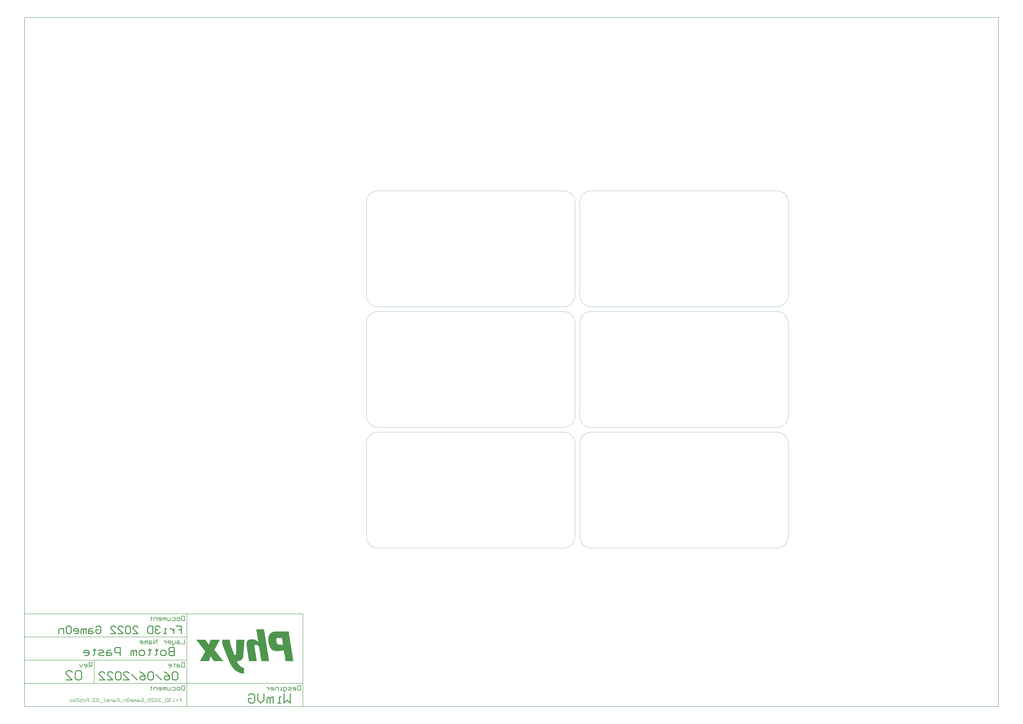
<source format=gbp>
G04*
G04 #@! TF.GenerationSoftware,Altium Limited,Altium Designer,22.6.0 (29)*
G04*
G04 Layer_Color=128*
%FSLAX25Y25*%
%MOIN*%
G70*
G04*
G04 #@! TF.SameCoordinates,10DF7CA3-E9B9-4642-BBA7-13C8921E1616*
G04*
G04*
G04 #@! TF.FilePolarity,Positive*
G04*
G01*
G75*
%ADD10C,0.01575*%
%ADD14C,0.00984*%
%ADD25C,0.00394*%
%ADD26C,0.00787*%
G36*
X67971Y-141778D02*
X66253D01*
Y-142065D01*
X65394D01*
Y-142351D01*
X64535D01*
Y-142637D01*
X63677D01*
Y-142924D01*
X63104D01*
Y-143210D01*
X62818D01*
Y-143496D01*
X62245D01*
Y-143783D01*
X61959D01*
Y-144069D01*
X61386D01*
Y-144355D01*
X61100D01*
Y-144641D01*
X60813D01*
Y-144928D01*
X60527D01*
Y-145214D01*
X60241D01*
Y-145501D01*
X59955D01*
Y-145787D01*
X59668D01*
Y-146073D01*
Y-146359D01*
X59382D01*
Y-146646D01*
X59096D01*
Y-146932D01*
Y-147218D01*
X58809D01*
Y-147505D01*
X58523D01*
Y-147791D01*
Y-148077D01*
X58237D01*
Y-148364D01*
Y-148650D01*
Y-148936D01*
X57950D01*
Y-149223D01*
Y-149509D01*
Y-149795D01*
X57664D01*
Y-150082D01*
Y-150368D01*
Y-150654D01*
Y-150940D01*
X57378D01*
Y-151227D01*
Y-151513D01*
Y-151799D01*
Y-152086D01*
Y-152372D01*
X57091D01*
Y-152658D01*
Y-152945D01*
Y-153231D01*
Y-153517D01*
Y-153804D01*
Y-154090D01*
Y-154376D01*
Y-154663D01*
Y-154949D01*
Y-155235D01*
Y-155521D01*
Y-155808D01*
Y-156094D01*
Y-156380D01*
Y-156667D01*
Y-156953D01*
Y-157239D01*
Y-157526D01*
Y-157812D01*
Y-158098D01*
X57378D01*
Y-158385D01*
Y-158671D01*
Y-158957D01*
Y-159244D01*
Y-159530D01*
Y-159816D01*
Y-160102D01*
X57664D01*
Y-160389D01*
Y-160675D01*
Y-160961D01*
Y-161248D01*
Y-161534D01*
X57950D01*
Y-161820D01*
Y-162107D01*
Y-162393D01*
Y-162679D01*
Y-162966D01*
X58237D01*
Y-163252D01*
Y-163538D01*
Y-163824D01*
X58523D01*
Y-164111D01*
Y-164397D01*
Y-164683D01*
Y-164970D01*
X58809D01*
Y-165256D01*
Y-165542D01*
Y-165829D01*
X59096D01*
Y-166115D01*
Y-166401D01*
X59382D01*
Y-166688D01*
Y-166974D01*
Y-167260D01*
X59668D01*
Y-167547D01*
Y-167833D01*
X59955D01*
Y-168119D01*
Y-168405D01*
X60241D01*
Y-168692D01*
Y-168978D01*
X60527D01*
Y-169264D01*
X60813D01*
Y-169551D01*
Y-169837D01*
X61100D01*
Y-170123D01*
X61386D01*
Y-170410D01*
X61672D01*
Y-170696D01*
Y-170982D01*
X61959D01*
Y-171269D01*
X62245D01*
Y-171555D01*
X62531D01*
Y-171841D01*
X62818D01*
Y-172127D01*
X63104D01*
Y-172414D01*
X63677D01*
Y-172700D01*
X63963D01*
Y-172986D01*
X64535D01*
Y-173273D01*
X64822D01*
Y-173559D01*
X65394D01*
Y-173845D01*
X66253D01*
Y-174132D01*
X67112D01*
Y-174418D01*
X67971D01*
Y-174704D01*
X69689D01*
Y-174991D01*
X74843D01*
Y-174704D01*
X77420D01*
Y-174418D01*
X79424D01*
Y-174132D01*
X80855D01*
Y-173845D01*
X82287D01*
Y-173559D01*
X83719D01*
Y-173845D01*
Y-174132D01*
Y-174418D01*
Y-174704D01*
Y-174991D01*
Y-175277D01*
Y-175563D01*
X84005D01*
Y-175850D01*
Y-176136D01*
Y-176422D01*
Y-176709D01*
Y-176995D01*
Y-177281D01*
X84291D01*
Y-177568D01*
Y-177854D01*
Y-178140D01*
Y-178426D01*
Y-178713D01*
Y-178999D01*
X84577D01*
Y-179285D01*
Y-179572D01*
Y-179858D01*
Y-180144D01*
Y-180431D01*
Y-180717D01*
Y-181003D01*
X84864D01*
Y-181290D01*
Y-181576D01*
Y-181862D01*
Y-182149D01*
Y-182435D01*
Y-182721D01*
X85150D01*
Y-183007D01*
Y-183294D01*
Y-183580D01*
Y-183866D01*
Y-184153D01*
Y-184439D01*
X85436D01*
Y-184725D01*
Y-185012D01*
Y-185298D01*
Y-185584D01*
Y-185871D01*
Y-186157D01*
Y-186443D01*
X85723D01*
Y-186730D01*
Y-187016D01*
Y-187302D01*
Y-187588D01*
Y-187875D01*
Y-188161D01*
X86009D01*
Y-188447D01*
Y-188734D01*
Y-189020D01*
Y-189306D01*
Y-189593D01*
Y-189879D01*
X86295D01*
Y-190165D01*
Y-190452D01*
Y-190738D01*
Y-191024D01*
Y-191311D01*
Y-191597D01*
Y-191883D01*
X99752D01*
Y-191597D01*
X99466D01*
Y-191311D01*
Y-191024D01*
Y-190738D01*
Y-190452D01*
Y-190165D01*
X99179D01*
Y-189879D01*
Y-189593D01*
Y-189306D01*
Y-189020D01*
Y-188734D01*
Y-188447D01*
Y-188161D01*
X98893D01*
Y-187875D01*
Y-187588D01*
Y-187302D01*
Y-187016D01*
Y-186730D01*
Y-186443D01*
X98607D01*
Y-186157D01*
Y-185871D01*
Y-185584D01*
Y-185298D01*
Y-185012D01*
Y-184725D01*
X98320D01*
Y-184439D01*
Y-184153D01*
Y-183866D01*
Y-183580D01*
Y-183294D01*
Y-183007D01*
Y-182721D01*
X98034D01*
Y-182435D01*
Y-182149D01*
Y-181862D01*
Y-181576D01*
Y-181290D01*
Y-181003D01*
X97748D01*
Y-180717D01*
Y-180431D01*
Y-180144D01*
Y-179858D01*
Y-179572D01*
Y-179285D01*
X97461D01*
Y-178999D01*
Y-178713D01*
Y-178426D01*
Y-178140D01*
Y-177854D01*
Y-177568D01*
X97175D01*
Y-177281D01*
Y-176995D01*
Y-176709D01*
Y-176422D01*
Y-176136D01*
Y-175850D01*
Y-175563D01*
X96889D01*
Y-175277D01*
Y-174991D01*
Y-174704D01*
Y-174418D01*
Y-174132D01*
Y-173845D01*
X96602D01*
Y-173559D01*
Y-173273D01*
Y-172986D01*
Y-172700D01*
Y-172414D01*
Y-172127D01*
X96316D01*
Y-171841D01*
Y-171555D01*
Y-171269D01*
Y-170982D01*
Y-170696D01*
Y-170410D01*
X96030D01*
Y-170123D01*
Y-169837D01*
Y-169551D01*
Y-169264D01*
Y-168978D01*
Y-168692D01*
Y-168405D01*
X95744D01*
Y-168119D01*
Y-167833D01*
Y-167547D01*
Y-167260D01*
Y-166974D01*
Y-166688D01*
X95457D01*
Y-166401D01*
Y-166115D01*
Y-165829D01*
Y-165542D01*
Y-165256D01*
Y-164970D01*
X95171D01*
Y-164683D01*
Y-164397D01*
Y-164111D01*
Y-163824D01*
Y-163538D01*
Y-163252D01*
Y-162966D01*
X94885D01*
Y-162679D01*
Y-162393D01*
Y-162107D01*
Y-161820D01*
Y-161534D01*
Y-161248D01*
X94598D01*
Y-160961D01*
Y-160675D01*
Y-160389D01*
Y-160102D01*
Y-159816D01*
Y-159530D01*
X94312D01*
Y-159244D01*
Y-158957D01*
Y-158671D01*
Y-158385D01*
Y-158098D01*
Y-157812D01*
X94026D01*
Y-157526D01*
Y-157239D01*
Y-156953D01*
Y-156667D01*
Y-156380D01*
Y-156094D01*
Y-155808D01*
X93739D01*
Y-155521D01*
Y-155235D01*
Y-154949D01*
Y-154663D01*
Y-154376D01*
Y-154090D01*
X93453D01*
Y-153804D01*
Y-153517D01*
Y-153231D01*
Y-152945D01*
Y-152658D01*
Y-152372D01*
X93167D01*
Y-152086D01*
Y-151799D01*
Y-151513D01*
Y-151227D01*
Y-150940D01*
Y-150654D01*
Y-150368D01*
X92880D01*
Y-150082D01*
Y-149795D01*
Y-149509D01*
Y-149223D01*
Y-148936D01*
Y-148650D01*
X92594D01*
Y-148364D01*
Y-148077D01*
Y-147791D01*
Y-147505D01*
Y-147218D01*
Y-146932D01*
X92308D01*
Y-146646D01*
Y-146359D01*
Y-146073D01*
Y-145787D01*
Y-145501D01*
Y-145214D01*
Y-144928D01*
X92022D01*
Y-144641D01*
Y-144355D01*
Y-144069D01*
Y-143783D01*
Y-143496D01*
Y-143210D01*
X91735D01*
Y-142924D01*
Y-142637D01*
Y-142351D01*
Y-142065D01*
Y-141778D01*
Y-141492D01*
X67971D01*
Y-141778D01*
D02*
G37*
G36*
X36763Y-138343D02*
Y-138629D01*
X37049D01*
Y-138915D01*
Y-139202D01*
Y-139488D01*
Y-139774D01*
Y-140060D01*
Y-140347D01*
X37336D01*
Y-140633D01*
Y-140919D01*
Y-141206D01*
Y-141492D01*
Y-141778D01*
Y-142065D01*
X37622D01*
Y-142351D01*
Y-142637D01*
Y-142924D01*
Y-143210D01*
Y-143496D01*
Y-143783D01*
Y-144069D01*
X37908D01*
Y-144355D01*
Y-144641D01*
Y-144928D01*
Y-145214D01*
Y-145501D01*
Y-145787D01*
X38195D01*
Y-146073D01*
Y-146359D01*
Y-146646D01*
Y-146932D01*
Y-147218D01*
Y-147505D01*
X38481D01*
Y-147791D01*
Y-148077D01*
Y-148364D01*
Y-148650D01*
Y-148936D01*
Y-149223D01*
Y-149509D01*
X38767D01*
Y-149795D01*
Y-150082D01*
Y-150368D01*
Y-150654D01*
Y-150940D01*
Y-151227D01*
X39054D01*
Y-151513D01*
Y-151799D01*
Y-152086D01*
Y-152372D01*
Y-152658D01*
Y-152945D01*
X39340D01*
Y-153231D01*
Y-153517D01*
Y-153804D01*
Y-154090D01*
Y-154376D01*
Y-154663D01*
X39626D01*
Y-154949D01*
Y-155235D01*
Y-155521D01*
Y-155808D01*
Y-156094D01*
Y-156380D01*
Y-156667D01*
X39913D01*
Y-156953D01*
Y-157239D01*
Y-157526D01*
Y-157812D01*
Y-158098D01*
Y-158385D01*
X40199D01*
Y-158671D01*
Y-158957D01*
X39626D01*
Y-158671D01*
X39340D01*
Y-158385D01*
X39054D01*
Y-158098D01*
X38481D01*
Y-157812D01*
X38195D01*
Y-157526D01*
X37908D01*
Y-157239D01*
X37336D01*
Y-156953D01*
X36763D01*
Y-156667D01*
X36477D01*
Y-156380D01*
X35904D01*
Y-156094D01*
X35045D01*
Y-155808D01*
X34473D01*
Y-155521D01*
X33614D01*
Y-155235D01*
X32182D01*
Y-154949D01*
X25883D01*
Y-155235D01*
X24738D01*
Y-155521D01*
X23879D01*
Y-155808D01*
X23306D01*
Y-156094D01*
X23020D01*
Y-156380D01*
X22447D01*
Y-156667D01*
X22161D01*
Y-156953D01*
X21875D01*
Y-157239D01*
X21589D01*
Y-157526D01*
X21302D01*
Y-157812D01*
Y-158098D01*
X21016D01*
Y-158385D01*
Y-158671D01*
X20730D01*
Y-158957D01*
Y-159244D01*
Y-159530D01*
X20443D01*
Y-159816D01*
Y-160102D01*
Y-160389D01*
Y-160675D01*
X20157D01*
Y-160961D01*
Y-161248D01*
Y-161534D01*
Y-161820D01*
Y-162107D01*
Y-162393D01*
Y-162679D01*
Y-162966D01*
Y-163252D01*
Y-163538D01*
Y-163824D01*
Y-164111D01*
Y-164397D01*
Y-164683D01*
Y-164970D01*
Y-165256D01*
Y-165542D01*
Y-165829D01*
X20443D01*
Y-166115D01*
Y-166401D01*
Y-166688D01*
Y-166974D01*
Y-167260D01*
Y-167547D01*
Y-167833D01*
X20730D01*
Y-168119D01*
Y-168405D01*
Y-168692D01*
Y-168978D01*
Y-169264D01*
Y-169551D01*
Y-169837D01*
X21016D01*
Y-170123D01*
Y-170410D01*
Y-170696D01*
Y-170982D01*
Y-171269D01*
Y-171555D01*
X21302D01*
Y-171841D01*
Y-172127D01*
Y-172414D01*
Y-172700D01*
Y-172986D01*
Y-173273D01*
X21589D01*
Y-173559D01*
Y-173845D01*
Y-174132D01*
Y-174418D01*
Y-174704D01*
Y-174991D01*
X21875D01*
Y-175277D01*
Y-175563D01*
Y-175850D01*
Y-176136D01*
Y-176422D01*
Y-176709D01*
Y-176995D01*
X22161D01*
Y-177281D01*
Y-177568D01*
Y-177854D01*
Y-178140D01*
Y-178426D01*
Y-178713D01*
X22447D01*
Y-178999D01*
Y-179285D01*
Y-179572D01*
Y-179858D01*
Y-180144D01*
Y-180431D01*
X22734D01*
Y-180717D01*
Y-181003D01*
Y-181290D01*
Y-181576D01*
Y-181862D01*
Y-182149D01*
Y-182435D01*
X23020D01*
Y-182721D01*
Y-183007D01*
Y-183294D01*
Y-183580D01*
Y-183866D01*
Y-184153D01*
X23306D01*
Y-184439D01*
Y-184725D01*
Y-185012D01*
Y-185298D01*
Y-185584D01*
Y-185871D01*
X23593D01*
Y-186157D01*
Y-186443D01*
Y-186730D01*
Y-187016D01*
Y-187302D01*
Y-187588D01*
X23879D01*
Y-187875D01*
Y-188161D01*
Y-188447D01*
Y-188734D01*
Y-189020D01*
Y-189306D01*
Y-189593D01*
X24165D01*
Y-189879D01*
Y-190165D01*
Y-190452D01*
Y-190738D01*
Y-191024D01*
Y-191311D01*
X24452D01*
Y-191597D01*
Y-191883D01*
X37622D01*
Y-191597D01*
Y-191311D01*
X37336D01*
Y-191024D01*
Y-190738D01*
Y-190452D01*
Y-190165D01*
Y-189879D01*
Y-189593D01*
X37049D01*
Y-189306D01*
Y-189020D01*
Y-188734D01*
Y-188447D01*
Y-188161D01*
Y-187875D01*
Y-187588D01*
X36763D01*
Y-187302D01*
Y-187016D01*
Y-186730D01*
Y-186443D01*
Y-186157D01*
Y-185871D01*
X36477D01*
Y-185584D01*
Y-185298D01*
Y-185012D01*
Y-184725D01*
Y-184439D01*
Y-184153D01*
X36191D01*
Y-183866D01*
Y-183580D01*
Y-183294D01*
Y-183007D01*
Y-182721D01*
Y-182435D01*
Y-182149D01*
X35904D01*
Y-181862D01*
Y-181576D01*
Y-181290D01*
Y-181003D01*
Y-180717D01*
Y-180431D01*
X35618D01*
Y-180144D01*
Y-179858D01*
Y-179572D01*
Y-179285D01*
Y-178999D01*
Y-178713D01*
Y-178426D01*
X35332D01*
Y-178140D01*
Y-177854D01*
Y-177568D01*
Y-177281D01*
Y-176995D01*
Y-176709D01*
X35045D01*
Y-176422D01*
Y-176136D01*
Y-175850D01*
Y-175563D01*
Y-175277D01*
Y-174991D01*
X34759D01*
Y-174704D01*
Y-174418D01*
Y-174132D01*
Y-173845D01*
Y-173559D01*
Y-173273D01*
X34473D01*
Y-172986D01*
Y-172700D01*
Y-172414D01*
Y-172127D01*
Y-171841D01*
Y-171555D01*
Y-171269D01*
X34186D01*
Y-170982D01*
Y-170696D01*
Y-170410D01*
Y-170123D01*
Y-169837D01*
Y-169551D01*
X33900D01*
Y-169264D01*
Y-168978D01*
Y-168692D01*
Y-168405D01*
Y-168119D01*
Y-167833D01*
Y-167547D01*
X33614D01*
Y-167260D01*
Y-166974D01*
Y-166688D01*
Y-166401D01*
Y-166115D01*
Y-165829D01*
X33900D01*
Y-165542D01*
Y-165256D01*
X34186D01*
Y-164970D01*
X34473D01*
Y-164683D01*
X35045D01*
Y-164397D01*
X36763D01*
Y-164683D01*
X38195D01*
Y-164970D01*
X39054D01*
Y-165256D01*
X39626D01*
Y-165542D01*
X39913D01*
Y-165829D01*
X40485D01*
Y-166115D01*
X40771D01*
Y-166401D01*
X41058D01*
Y-166688D01*
Y-166974D01*
X41344D01*
Y-167260D01*
Y-167547D01*
Y-167833D01*
X41631D01*
Y-168119D01*
Y-168405D01*
Y-168692D01*
Y-168978D01*
Y-169264D01*
Y-169551D01*
X41917D01*
Y-169837D01*
Y-170123D01*
Y-170410D01*
Y-170696D01*
Y-170982D01*
Y-171269D01*
Y-171555D01*
X42203D01*
Y-171841D01*
Y-172127D01*
Y-172414D01*
Y-172700D01*
Y-172986D01*
Y-173273D01*
X42489D01*
Y-173559D01*
Y-173845D01*
Y-174132D01*
Y-174418D01*
Y-174704D01*
Y-174991D01*
X42776D01*
Y-175277D01*
Y-175563D01*
Y-175850D01*
Y-176136D01*
Y-176422D01*
Y-176709D01*
X43062D01*
Y-176995D01*
Y-177281D01*
Y-177568D01*
Y-177854D01*
Y-178140D01*
Y-178426D01*
Y-178713D01*
X43348D01*
Y-178999D01*
Y-179285D01*
Y-179572D01*
Y-179858D01*
Y-180144D01*
Y-180431D01*
X43635D01*
Y-180717D01*
Y-181003D01*
Y-181290D01*
Y-181576D01*
Y-181862D01*
Y-182149D01*
X43921D01*
Y-182435D01*
Y-182721D01*
Y-183007D01*
Y-183294D01*
Y-183580D01*
Y-183866D01*
Y-184153D01*
X44207D01*
Y-184439D01*
Y-184725D01*
Y-185012D01*
Y-185298D01*
Y-185584D01*
Y-185871D01*
X44494D01*
Y-186157D01*
Y-186443D01*
Y-186730D01*
Y-187016D01*
Y-187302D01*
Y-187588D01*
X44780D01*
Y-187875D01*
Y-188161D01*
Y-188447D01*
Y-188734D01*
Y-189020D01*
Y-189306D01*
X45066D01*
Y-189593D01*
Y-189879D01*
Y-190165D01*
Y-190452D01*
Y-190738D01*
Y-191024D01*
Y-191311D01*
X45353D01*
Y-191597D01*
Y-191883D01*
X58523D01*
Y-191597D01*
Y-191311D01*
X58237D01*
Y-191024D01*
Y-190738D01*
Y-190452D01*
Y-190165D01*
Y-189879D01*
Y-189593D01*
Y-189306D01*
X57950D01*
Y-189020D01*
Y-188734D01*
Y-188447D01*
Y-188161D01*
Y-187875D01*
Y-187588D01*
X57664D01*
Y-187302D01*
Y-187016D01*
Y-186730D01*
Y-186443D01*
Y-186157D01*
Y-185871D01*
X57378D01*
Y-185584D01*
Y-185298D01*
Y-185012D01*
Y-184725D01*
Y-184439D01*
Y-184153D01*
Y-183866D01*
X57091D01*
Y-183580D01*
Y-183294D01*
Y-183007D01*
Y-182721D01*
Y-182435D01*
Y-182149D01*
X56805D01*
Y-181862D01*
Y-181576D01*
Y-181290D01*
Y-181003D01*
Y-180717D01*
Y-180431D01*
X56519D01*
Y-180144D01*
Y-179858D01*
Y-179572D01*
Y-179285D01*
Y-178999D01*
Y-178713D01*
X56232D01*
Y-178426D01*
Y-178140D01*
Y-177854D01*
Y-177568D01*
Y-177281D01*
Y-176995D01*
Y-176709D01*
X55946D01*
Y-176422D01*
Y-176136D01*
Y-175850D01*
Y-175563D01*
Y-175277D01*
Y-174991D01*
X55660D01*
Y-174704D01*
Y-174418D01*
Y-174132D01*
Y-173845D01*
Y-173559D01*
Y-173273D01*
X55374D01*
Y-172986D01*
Y-172700D01*
Y-172414D01*
Y-172127D01*
Y-171841D01*
Y-171555D01*
Y-171269D01*
X55087D01*
Y-170982D01*
Y-170696D01*
Y-170410D01*
Y-170123D01*
Y-169837D01*
Y-169551D01*
X54801D01*
Y-169264D01*
Y-168978D01*
Y-168692D01*
Y-168405D01*
Y-168119D01*
Y-167833D01*
X54514D01*
Y-167547D01*
Y-167260D01*
Y-166974D01*
Y-166688D01*
Y-166401D01*
Y-166115D01*
X54228D01*
Y-165829D01*
Y-165542D01*
Y-165256D01*
Y-164970D01*
Y-164683D01*
Y-164397D01*
Y-164111D01*
X53942D01*
Y-163824D01*
Y-163538D01*
Y-163252D01*
Y-162966D01*
Y-162679D01*
Y-162393D01*
X53656D01*
Y-162107D01*
Y-161820D01*
Y-161534D01*
Y-161248D01*
Y-160961D01*
Y-160675D01*
X53369D01*
Y-160389D01*
Y-160102D01*
Y-159816D01*
Y-159530D01*
Y-159244D01*
Y-158957D01*
X53083D01*
Y-158671D01*
Y-158385D01*
Y-158098D01*
Y-157812D01*
Y-157526D01*
Y-157239D01*
Y-156953D01*
X52797D01*
Y-156667D01*
Y-156380D01*
Y-156094D01*
Y-155808D01*
Y-155521D01*
Y-155235D01*
X52510D01*
Y-154949D01*
Y-154663D01*
Y-154376D01*
Y-154090D01*
Y-153804D01*
Y-153517D01*
X52224D01*
Y-153231D01*
Y-152945D01*
Y-152658D01*
Y-152372D01*
Y-152086D01*
Y-151799D01*
Y-151513D01*
X51938D01*
Y-151227D01*
Y-150940D01*
Y-150654D01*
Y-150368D01*
Y-150082D01*
Y-149795D01*
X51651D01*
Y-149509D01*
Y-149223D01*
Y-148936D01*
Y-148650D01*
Y-148364D01*
Y-148077D01*
X51365D01*
Y-147791D01*
Y-147505D01*
Y-147218D01*
Y-146932D01*
Y-146646D01*
Y-146359D01*
X51079D01*
Y-146073D01*
Y-145787D01*
Y-145501D01*
Y-145214D01*
Y-144928D01*
Y-144641D01*
Y-144355D01*
X50792D01*
Y-144069D01*
Y-143783D01*
Y-143496D01*
Y-143210D01*
Y-142924D01*
Y-142637D01*
X50506D01*
Y-142351D01*
Y-142065D01*
Y-141778D01*
Y-141492D01*
Y-141206D01*
Y-140919D01*
X50220D01*
Y-140633D01*
Y-140347D01*
Y-140060D01*
Y-139774D01*
Y-139488D01*
Y-139202D01*
Y-138915D01*
X49934D01*
Y-138629D01*
Y-138343D01*
Y-138056D01*
X36763D01*
Y-138343D01*
D02*
G37*
G36*
X-65164Y-155808D02*
X-64878D01*
Y-156094D01*
X-64592D01*
Y-156380D01*
Y-156667D01*
X-64305D01*
Y-156953D01*
X-64019D01*
Y-157239D01*
X-63733D01*
Y-157526D01*
Y-157812D01*
X-63446D01*
Y-158098D01*
X-63160D01*
Y-158385D01*
X-62874D01*
Y-158671D01*
X-62587D01*
Y-158957D01*
Y-159244D01*
X-62301D01*
Y-159530D01*
X-62015D01*
Y-159816D01*
X-61729D01*
Y-160102D01*
Y-160389D01*
X-61442D01*
Y-160675D01*
X-61156D01*
Y-160961D01*
X-60869D01*
Y-161248D01*
X-60583D01*
Y-161534D01*
Y-161820D01*
X-60297D01*
Y-162107D01*
X-60011D01*
Y-162393D01*
X-59724D01*
Y-162679D01*
Y-162966D01*
X-59438D01*
Y-163252D01*
X-59152D01*
Y-163538D01*
X-58865D01*
Y-163824D01*
Y-164111D01*
X-58579D01*
Y-164397D01*
X-58293D01*
Y-164683D01*
X-58006D01*
Y-164970D01*
X-57720D01*
Y-165256D01*
Y-165542D01*
X-57434D01*
Y-165829D01*
X-57148D01*
Y-166115D01*
X-56861D01*
Y-166401D01*
Y-166688D01*
X-56575D01*
Y-166974D01*
X-56288D01*
Y-167260D01*
X-56002D01*
Y-167547D01*
Y-167833D01*
X-55716D01*
Y-168119D01*
X-55430D01*
Y-168405D01*
X-55143D01*
Y-168692D01*
X-54857D01*
Y-168978D01*
Y-169264D01*
X-54571D01*
Y-169551D01*
X-54284D01*
Y-169837D01*
X-53998D01*
Y-170123D01*
Y-170410D01*
X-53712D01*
Y-170696D01*
X-53425D01*
Y-170982D01*
X-53139D01*
Y-171269D01*
Y-171555D01*
X-52853D01*
Y-171841D01*
X-52566D01*
Y-172127D01*
X-52280D01*
Y-172414D01*
X-51994D01*
Y-172700D01*
Y-172986D01*
X-51708D01*
Y-173273D01*
X-51421D01*
Y-173559D01*
X-51135D01*
Y-173845D01*
Y-174132D01*
X-50849D01*
Y-174418D01*
X-50562D01*
Y-174704D01*
X-50276D01*
Y-174991D01*
X-49990D01*
Y-175277D01*
Y-175563D01*
X-50276D01*
Y-175850D01*
Y-176136D01*
X-50562D01*
Y-176422D01*
Y-176709D01*
X-50849D01*
Y-176995D01*
X-51135D01*
Y-177281D01*
Y-177568D01*
X-51421D01*
Y-177854D01*
Y-178140D01*
X-51708D01*
Y-178426D01*
Y-178713D01*
X-51994D01*
Y-178999D01*
Y-179285D01*
X-52280D01*
Y-179572D01*
Y-179858D01*
X-52566D01*
Y-180144D01*
Y-180431D01*
X-52853D01*
Y-180717D01*
Y-181003D01*
X-53139D01*
Y-181290D01*
Y-181576D01*
X-53425D01*
Y-181862D01*
X-53712D01*
Y-182149D01*
Y-182435D01*
X-53998D01*
Y-182721D01*
Y-183007D01*
X-54284D01*
Y-183294D01*
Y-183580D01*
X-54571D01*
Y-183866D01*
Y-184153D01*
X-54857D01*
Y-184439D01*
Y-184725D01*
X-55143D01*
Y-185012D01*
Y-185298D01*
X-55430D01*
Y-185584D01*
Y-185871D01*
X-55716D01*
Y-186157D01*
X-56002D01*
Y-186443D01*
Y-186730D01*
X-56288D01*
Y-187016D01*
Y-187302D01*
X-56575D01*
Y-187588D01*
Y-187875D01*
X-56861D01*
Y-188161D01*
Y-188447D01*
X-57148D01*
Y-188734D01*
Y-189020D01*
X-57434D01*
Y-189306D01*
Y-189593D01*
X-57720D01*
Y-189879D01*
Y-190165D01*
X-58006D01*
Y-190452D01*
X-58293D01*
Y-190738D01*
Y-191024D01*
X-58579D01*
Y-191311D01*
Y-191597D01*
X-58865D01*
Y-191883D01*
X-43691D01*
Y-191597D01*
X-43404D01*
Y-191311D01*
Y-191024D01*
Y-190738D01*
X-43118D01*
Y-190452D01*
Y-190165D01*
Y-189879D01*
X-42832D01*
Y-189593D01*
Y-189306D01*
X-42546D01*
Y-189020D01*
Y-188734D01*
Y-188447D01*
X-42259D01*
Y-188161D01*
Y-187875D01*
Y-187588D01*
X-41973D01*
Y-187302D01*
Y-187016D01*
X-41687D01*
Y-186730D01*
Y-186443D01*
Y-186157D01*
X-41400D01*
Y-185871D01*
Y-185584D01*
Y-185298D01*
X-41114D01*
Y-185012D01*
Y-184725D01*
Y-184439D01*
X-40828D01*
Y-184153D01*
X-40255D01*
Y-184439D01*
Y-184725D01*
X-39969D01*
Y-185012D01*
X-39682D01*
Y-185298D01*
Y-185584D01*
X-39396D01*
Y-185871D01*
X-39110D01*
Y-186157D01*
Y-186443D01*
X-38823D01*
Y-186730D01*
X-38537D01*
Y-187016D01*
Y-187302D01*
X-38251D01*
Y-187588D01*
X-37964D01*
Y-187875D01*
X-37678D01*
Y-188161D01*
Y-188447D01*
X-37392D01*
Y-188734D01*
X-37106D01*
Y-189020D01*
Y-189306D01*
X-36819D01*
Y-189593D01*
X-36533D01*
Y-189879D01*
Y-190165D01*
X-36247D01*
Y-190452D01*
X-35960D01*
Y-190738D01*
Y-191024D01*
X-35674D01*
Y-191311D01*
X-35388D01*
Y-191597D01*
Y-191883D01*
X-19354D01*
Y-191597D01*
X-19640D01*
Y-191311D01*
X-19927D01*
Y-191024D01*
X-20213D01*
Y-190738D01*
X-20499D01*
Y-190452D01*
Y-190165D01*
X-20786D01*
Y-189879D01*
X-21072D01*
Y-189593D01*
X-21358D01*
Y-189306D01*
X-21645D01*
Y-189020D01*
Y-188734D01*
X-21931D01*
Y-188447D01*
X-22217D01*
Y-188161D01*
X-22504D01*
Y-187875D01*
Y-187588D01*
X-22790D01*
Y-187302D01*
X-23076D01*
Y-187016D01*
X-23362D01*
Y-186730D01*
X-23649D01*
Y-186443D01*
Y-186157D01*
X-23935D01*
Y-185871D01*
X-24221D01*
Y-185584D01*
X-24508D01*
Y-185298D01*
X-24794D01*
Y-185012D01*
Y-184725D01*
X-25080D01*
Y-184439D01*
X-25367D01*
Y-184153D01*
X-25653D01*
Y-183866D01*
Y-183580D01*
X-25939D01*
Y-183294D01*
X-26226D01*
Y-183007D01*
X-26512D01*
Y-182721D01*
X-26798D01*
Y-182435D01*
Y-182149D01*
X-27085D01*
Y-181862D01*
X-27371D01*
Y-181576D01*
X-27657D01*
Y-181290D01*
Y-181003D01*
X-27944D01*
Y-180717D01*
X-28230D01*
Y-180431D01*
X-28516D01*
Y-180144D01*
X-28802D01*
Y-179858D01*
Y-179572D01*
X-29089D01*
Y-179285D01*
X-29375D01*
Y-178999D01*
X-29661D01*
Y-178713D01*
Y-178426D01*
X-29948D01*
Y-178140D01*
X-30234D01*
Y-177854D01*
X-30520D01*
Y-177568D01*
X-30807D01*
Y-177281D01*
Y-176995D01*
X-31093D01*
Y-176709D01*
X-31379D01*
Y-176422D01*
X-31666D01*
Y-176136D01*
X-31952D01*
Y-175850D01*
Y-175563D01*
X-32238D01*
Y-175277D01*
X-32524D01*
Y-174991D01*
X-32811D01*
Y-174704D01*
Y-174418D01*
X-33097D01*
Y-174132D01*
X-33384D01*
Y-173845D01*
X-33670D01*
Y-173559D01*
X-33956D01*
Y-173273D01*
Y-172986D01*
X-34242D01*
Y-172700D01*
Y-172414D01*
Y-172127D01*
X-33956D01*
Y-171841D01*
X-33670D01*
Y-171555D01*
Y-171269D01*
X-33384D01*
Y-170982D01*
Y-170696D01*
X-33097D01*
Y-170410D01*
Y-170123D01*
X-32811D01*
Y-169837D01*
Y-169551D01*
X-32524D01*
Y-169264D01*
Y-168978D01*
X-32238D01*
Y-168692D01*
Y-168405D01*
X-31952D01*
Y-168119D01*
X-31666D01*
Y-167833D01*
Y-167547D01*
X-31379D01*
Y-167260D01*
Y-166974D01*
X-31093D01*
Y-166688D01*
Y-166401D01*
X-30807D01*
Y-166115D01*
Y-165829D01*
X-30520D01*
Y-165542D01*
Y-165256D01*
X-30234D01*
Y-164970D01*
Y-164683D01*
X-29948D01*
Y-164397D01*
X-29661D01*
Y-164111D01*
Y-163824D01*
X-29375D01*
Y-163538D01*
Y-163252D01*
X-29089D01*
Y-162966D01*
Y-162679D01*
X-28802D01*
Y-162393D01*
Y-162107D01*
X-28516D01*
Y-161820D01*
Y-161534D01*
X-28230D01*
Y-161248D01*
Y-160961D01*
X-27944D01*
Y-160675D01*
Y-160389D01*
X-27657D01*
Y-160102D01*
X-27371D01*
Y-159816D01*
Y-159530D01*
X-27085D01*
Y-159244D01*
Y-158957D01*
X-26798D01*
Y-158671D01*
Y-158385D01*
X-26512D01*
Y-158098D01*
Y-157812D01*
X-26226D01*
Y-157526D01*
Y-157239D01*
X-25939D01*
Y-156953D01*
Y-156667D01*
X-25653D01*
Y-156380D01*
X-25367D01*
Y-156094D01*
Y-155808D01*
X-25080D01*
Y-155521D01*
X-40828D01*
Y-155808D01*
X-41114D01*
Y-156094D01*
Y-156380D01*
Y-156667D01*
X-41400D01*
Y-156953D01*
Y-157239D01*
Y-157526D01*
X-41687D01*
Y-157812D01*
Y-158098D01*
Y-158385D01*
X-41973D01*
Y-158671D01*
Y-158957D01*
Y-159244D01*
X-42259D01*
Y-159530D01*
Y-159816D01*
Y-160102D01*
X-42546D01*
Y-160389D01*
Y-160675D01*
Y-160961D01*
X-42832D01*
Y-161248D01*
Y-161534D01*
Y-161820D01*
X-43118D01*
Y-162107D01*
Y-162393D01*
Y-162679D01*
X-43404D01*
Y-162966D01*
Y-163252D01*
Y-163538D01*
Y-163824D01*
X-43977D01*
Y-163538D01*
X-44263D01*
Y-163252D01*
X-44550D01*
Y-162966D01*
Y-162679D01*
X-44836D01*
Y-162393D01*
X-45122D01*
Y-162107D01*
Y-161820D01*
X-45409D01*
Y-161534D01*
X-45695D01*
Y-161248D01*
Y-160961D01*
X-45981D01*
Y-160675D01*
X-46268D01*
Y-160389D01*
Y-160102D01*
X-46554D01*
Y-159816D01*
X-46840D01*
Y-159530D01*
Y-159244D01*
X-47126D01*
Y-158957D01*
X-47413D01*
Y-158671D01*
Y-158385D01*
X-47699D01*
Y-158098D01*
X-47985D01*
Y-157812D01*
Y-157526D01*
X-48272D01*
Y-157239D01*
X-48558D01*
Y-156953D01*
Y-156667D01*
X-48844D01*
Y-156380D01*
X-49131D01*
Y-156094D01*
Y-155808D01*
X-49417D01*
Y-155521D01*
X-65164D01*
Y-155808D01*
D02*
G37*
G36*
X-21072D02*
Y-156094D01*
Y-156380D01*
Y-156667D01*
Y-156953D01*
Y-157239D01*
Y-157526D01*
Y-157812D01*
Y-158098D01*
Y-158385D01*
Y-158671D01*
Y-158957D01*
Y-159244D01*
Y-159530D01*
Y-159816D01*
Y-160102D01*
Y-160389D01*
Y-160675D01*
Y-160961D01*
Y-161248D01*
Y-161534D01*
X-20786D01*
Y-161820D01*
Y-162107D01*
Y-162393D01*
Y-162679D01*
Y-162966D01*
X-20499D01*
Y-163252D01*
Y-163538D01*
Y-163824D01*
Y-164111D01*
X-20213D01*
Y-164397D01*
Y-164683D01*
Y-164970D01*
Y-165256D01*
X-19927D01*
Y-165542D01*
Y-165829D01*
Y-166115D01*
X-19640D01*
Y-166401D01*
Y-166688D01*
Y-166974D01*
X-19354D01*
Y-167260D01*
Y-167547D01*
Y-167833D01*
X-19068D01*
Y-168119D01*
Y-168405D01*
Y-168692D01*
X-18781D01*
Y-168978D01*
Y-169264D01*
X-18495D01*
Y-169551D01*
Y-169837D01*
X-18209D01*
Y-170123D01*
Y-170410D01*
Y-170696D01*
X-17923D01*
Y-170982D01*
Y-171269D01*
X-17636D01*
Y-171555D01*
Y-171841D01*
Y-172127D01*
X-17350D01*
Y-172414D01*
Y-172700D01*
X-17064D01*
Y-172986D01*
Y-173273D01*
Y-173559D01*
X-16777D01*
Y-173845D01*
Y-174132D01*
X-16491D01*
Y-174418D01*
Y-174704D01*
Y-174991D01*
X-16205D01*
Y-175277D01*
Y-175563D01*
X-15918D01*
Y-175850D01*
Y-176136D01*
Y-176422D01*
X-15632D01*
Y-176709D01*
Y-176995D01*
X-15346D01*
Y-177281D01*
Y-177568D01*
Y-177854D01*
X-15059D01*
Y-178140D01*
Y-178426D01*
X-14773D01*
Y-178713D01*
Y-178999D01*
Y-179285D01*
X-14487D01*
Y-179572D01*
Y-179858D01*
X-14200D01*
Y-180144D01*
Y-180431D01*
Y-180717D01*
X-13914D01*
Y-181003D01*
Y-181290D01*
X-13628D01*
Y-181576D01*
Y-181862D01*
Y-182149D01*
X-13342D01*
Y-182435D01*
Y-182721D01*
X-13055D01*
Y-183007D01*
Y-183294D01*
Y-183580D01*
X-12769D01*
Y-183866D01*
Y-184153D01*
X-12483D01*
Y-184439D01*
Y-184725D01*
Y-185012D01*
X-12196D01*
Y-185298D01*
Y-185584D01*
X-11910D01*
Y-185871D01*
Y-186157D01*
Y-186443D01*
X-11624D01*
Y-186730D01*
Y-187016D01*
X-11337D01*
Y-187302D01*
Y-187588D01*
Y-187875D01*
X-11051D01*
Y-188161D01*
Y-188447D01*
X-10765D01*
Y-188734D01*
Y-189020D01*
Y-189306D01*
X-10479D01*
Y-189593D01*
Y-189879D01*
X-10192D01*
Y-190165D01*
Y-190452D01*
Y-190738D01*
X-9906D01*
Y-191024D01*
Y-191311D01*
X-9619D01*
Y-191597D01*
Y-191883D01*
Y-192169D01*
X-9333D01*
Y-192456D01*
Y-192742D01*
X-9047D01*
Y-193028D01*
Y-193315D01*
X-8761D01*
Y-193601D01*
Y-193887D01*
X-8474D01*
Y-194174D01*
Y-194460D01*
Y-194746D01*
X-8188D01*
Y-195033D01*
X-7902D01*
Y-195319D01*
Y-195605D01*
Y-195891D01*
X-7615D01*
Y-196178D01*
X-7329D01*
Y-196464D01*
Y-196750D01*
X-7043D01*
Y-197037D01*
Y-197323D01*
X-6756D01*
Y-197609D01*
Y-197896D01*
X-6470D01*
Y-198182D01*
Y-198468D01*
X-6184D01*
Y-198755D01*
X-5897D01*
Y-199041D01*
Y-199327D01*
X-5611D01*
Y-199614D01*
Y-199900D01*
X-5325D01*
Y-200186D01*
X-5038D01*
Y-200472D01*
X-4752D01*
Y-200759D01*
Y-201045D01*
X-4466D01*
Y-201331D01*
X-4180D01*
Y-201618D01*
Y-201904D01*
X-3893D01*
Y-202190D01*
X-3607D01*
Y-202477D01*
X-3321D01*
Y-202763D01*
Y-203049D01*
X-3034D01*
Y-203336D01*
X-2748D01*
Y-203622D01*
X-2462D01*
Y-203908D01*
X-2175D01*
Y-204195D01*
X-1889D01*
Y-204481D01*
Y-204767D01*
X-1603D01*
Y-205053D01*
X-1316D01*
Y-205340D01*
X-1030D01*
Y-205626D01*
X-744D01*
Y-205912D01*
X-458D01*
Y-206199D01*
X-171D01*
Y-206485D01*
X115D01*
Y-206771D01*
X688D01*
Y-207058D01*
X974D01*
Y-207344D01*
X1260D01*
Y-207630D01*
X1547D01*
Y-207917D01*
X1833D01*
Y-208203D01*
X2406D01*
Y-208489D01*
X2692D01*
Y-208776D01*
X3264D01*
Y-209062D01*
X3551D01*
Y-209348D01*
X4123D01*
Y-209634D01*
X4410D01*
Y-209921D01*
X4982D01*
Y-210207D01*
X5555D01*
Y-210493D01*
X6128D01*
Y-210780D01*
X6700D01*
Y-211066D01*
X7273D01*
Y-211352D01*
X8132D01*
Y-211639D01*
X8704D01*
Y-211925D01*
X9563D01*
Y-212211D01*
X10709D01*
Y-212498D01*
X11854D01*
Y-212784D01*
X13572D01*
Y-213070D01*
X15576D01*
Y-213357D01*
X15862D01*
Y-213070D01*
Y-212784D01*
Y-212498D01*
Y-212211D01*
Y-211925D01*
Y-211639D01*
Y-211352D01*
Y-211066D01*
Y-210780D01*
Y-210493D01*
Y-210207D01*
Y-209921D01*
Y-209634D01*
Y-209348D01*
Y-209062D01*
Y-208776D01*
Y-208489D01*
Y-208203D01*
Y-207917D01*
Y-207630D01*
Y-207344D01*
Y-207058D01*
Y-206771D01*
Y-206485D01*
Y-206199D01*
Y-205912D01*
Y-205626D01*
Y-205340D01*
Y-205053D01*
Y-204767D01*
Y-204481D01*
Y-204195D01*
Y-203908D01*
X15290D01*
Y-203622D01*
X14717D01*
Y-203336D01*
X14144D01*
Y-203049D01*
X13572D01*
Y-202763D01*
X12999D01*
Y-202477D01*
X12427D01*
Y-202190D01*
X12140D01*
Y-201904D01*
X11568D01*
Y-201618D01*
X11281D01*
Y-201331D01*
X10709D01*
Y-201045D01*
X10422D01*
Y-200759D01*
X10136D01*
Y-200472D01*
X9563D01*
Y-200186D01*
X9277D01*
Y-199900D01*
X8991D01*
Y-199614D01*
X8704D01*
Y-199327D01*
X8418D01*
Y-199041D01*
X8132D01*
Y-198755D01*
X7846D01*
Y-198468D01*
X7559D01*
Y-198182D01*
X7273D01*
Y-197896D01*
X6987D01*
Y-197609D01*
X6700D01*
Y-197323D01*
X6414D01*
Y-197037D01*
Y-196750D01*
X6128D01*
Y-196464D01*
X5841D01*
Y-196178D01*
X5555D01*
Y-195891D01*
Y-195605D01*
X5269D01*
Y-195319D01*
X4982D01*
Y-195033D01*
Y-194746D01*
X4696D01*
Y-194460D01*
Y-194174D01*
X4410D01*
Y-193887D01*
X4123D01*
Y-193601D01*
Y-193315D01*
X3837D01*
Y-193028D01*
Y-192742D01*
X3551D01*
Y-192456D01*
Y-192169D01*
X5269D01*
Y-191883D01*
X7273D01*
Y-191597D01*
X8418D01*
Y-191311D01*
X8991D01*
Y-191024D01*
X9850D01*
Y-190738D01*
X10422D01*
Y-190452D01*
X10709D01*
Y-190165D01*
X11281D01*
Y-189879D01*
X11568D01*
Y-189593D01*
X11854D01*
Y-189306D01*
X12140D01*
Y-189020D01*
X12427D01*
Y-188734D01*
X12713D01*
Y-188447D01*
Y-188161D01*
X12999D01*
Y-187875D01*
X13285D01*
Y-187588D01*
Y-187302D01*
X13572D01*
Y-187016D01*
Y-186730D01*
X13858D01*
Y-186443D01*
Y-186157D01*
X14144D01*
Y-185871D01*
Y-185584D01*
Y-185298D01*
X14431D01*
Y-185012D01*
Y-184725D01*
Y-184439D01*
Y-184153D01*
X14717D01*
Y-183866D01*
Y-183580D01*
Y-183294D01*
Y-183007D01*
Y-182721D01*
Y-182435D01*
Y-182149D01*
X15003D01*
Y-181862D01*
Y-181576D01*
Y-181290D01*
Y-181003D01*
Y-180717D01*
Y-180431D01*
Y-180144D01*
Y-179858D01*
Y-179572D01*
Y-179285D01*
Y-178999D01*
Y-178713D01*
Y-178426D01*
Y-178140D01*
Y-177854D01*
X15290D01*
Y-177568D01*
Y-177281D01*
Y-176995D01*
Y-176709D01*
Y-176422D01*
Y-176136D01*
Y-175850D01*
Y-175563D01*
Y-175277D01*
Y-174991D01*
Y-174704D01*
Y-174418D01*
Y-174132D01*
Y-173845D01*
Y-173559D01*
X15576D01*
Y-173273D01*
Y-172986D01*
Y-172700D01*
Y-172414D01*
Y-172127D01*
Y-171841D01*
Y-171555D01*
Y-171269D01*
Y-170982D01*
Y-170696D01*
Y-170410D01*
Y-170123D01*
Y-169837D01*
Y-169551D01*
Y-169264D01*
Y-168978D01*
X15862D01*
Y-168692D01*
Y-168405D01*
Y-168119D01*
Y-167833D01*
Y-167547D01*
Y-167260D01*
Y-166974D01*
Y-166688D01*
Y-166401D01*
Y-166115D01*
Y-165829D01*
Y-165542D01*
Y-165256D01*
Y-164970D01*
Y-164683D01*
Y-164397D01*
X16149D01*
Y-164111D01*
Y-163824D01*
Y-163538D01*
Y-163252D01*
Y-162966D01*
Y-162679D01*
Y-162393D01*
Y-162107D01*
Y-161820D01*
Y-161534D01*
Y-161248D01*
Y-160961D01*
Y-160675D01*
Y-160389D01*
X16435D01*
Y-160102D01*
Y-159816D01*
Y-159530D01*
Y-159244D01*
Y-158957D01*
Y-158671D01*
Y-158385D01*
Y-158098D01*
Y-157812D01*
Y-157526D01*
Y-157239D01*
Y-156953D01*
Y-156667D01*
Y-156380D01*
Y-156094D01*
Y-155808D01*
X16721D01*
Y-155521D01*
X2978D01*
Y-155808D01*
Y-156094D01*
Y-156380D01*
Y-156667D01*
Y-156953D01*
Y-157239D01*
Y-157526D01*
Y-157812D01*
Y-158098D01*
Y-158385D01*
Y-158671D01*
Y-158957D01*
Y-159244D01*
Y-159530D01*
X2692D01*
Y-159816D01*
Y-160102D01*
Y-160389D01*
Y-160675D01*
Y-160961D01*
Y-161248D01*
Y-161534D01*
Y-161820D01*
Y-162107D01*
Y-162393D01*
Y-162679D01*
Y-162966D01*
Y-163252D01*
Y-163538D01*
Y-163824D01*
Y-164111D01*
Y-164397D01*
Y-164683D01*
Y-164970D01*
Y-165256D01*
Y-165542D01*
Y-165829D01*
Y-166115D01*
Y-166401D01*
Y-166688D01*
Y-166974D01*
Y-167260D01*
Y-167547D01*
Y-167833D01*
Y-168119D01*
Y-168405D01*
Y-168692D01*
Y-168978D01*
Y-169264D01*
Y-169551D01*
Y-169837D01*
Y-170123D01*
Y-170410D01*
Y-170696D01*
Y-170982D01*
Y-171269D01*
X2406D01*
Y-171555D01*
X2692D01*
Y-171841D01*
Y-172127D01*
X2406D01*
Y-172414D01*
Y-172700D01*
Y-172986D01*
Y-173273D01*
Y-173559D01*
Y-173845D01*
Y-174132D01*
Y-174418D01*
Y-174704D01*
Y-174991D01*
Y-175277D01*
Y-175563D01*
Y-175850D01*
Y-176136D01*
Y-176422D01*
Y-176709D01*
Y-176995D01*
Y-177281D01*
Y-177568D01*
Y-177854D01*
Y-178140D01*
Y-178426D01*
Y-178713D01*
Y-178999D01*
Y-179285D01*
Y-179572D01*
X2119D01*
Y-179858D01*
Y-180144D01*
Y-180431D01*
X1833D01*
Y-180717D01*
X1547D01*
Y-181003D01*
X1260D01*
Y-181290D01*
X401D01*
Y-181576D01*
X-458D01*
Y-181290D01*
X-744D01*
Y-181003D01*
Y-180717D01*
Y-180431D01*
X-1030D01*
Y-180144D01*
Y-179858D01*
X-1316D01*
Y-179572D01*
Y-179285D01*
Y-178999D01*
X-1603D01*
Y-178713D01*
Y-178426D01*
Y-178140D01*
X-1889D01*
Y-177854D01*
Y-177568D01*
Y-177281D01*
X-2175D01*
Y-176995D01*
Y-176709D01*
Y-176422D01*
X-2462D01*
Y-176136D01*
Y-175850D01*
X-2748D01*
Y-175563D01*
Y-175277D01*
Y-174991D01*
X-3034D01*
Y-174704D01*
Y-174418D01*
Y-174132D01*
X-3321D01*
Y-173845D01*
Y-173559D01*
Y-173273D01*
X-3607D01*
Y-172986D01*
Y-172700D01*
X-3893D01*
Y-172414D01*
Y-172127D01*
Y-171841D01*
X-4180D01*
Y-171555D01*
Y-171269D01*
Y-170982D01*
X-4466D01*
Y-170696D01*
Y-170410D01*
Y-170123D01*
X-4752D01*
Y-169837D01*
Y-169551D01*
X-5038D01*
Y-169264D01*
Y-168978D01*
Y-168692D01*
X-5325D01*
Y-168405D01*
Y-168119D01*
Y-167833D01*
X-5611D01*
Y-167547D01*
Y-167260D01*
Y-166974D01*
X-5897D01*
Y-166688D01*
Y-166401D01*
X-6184D01*
Y-166115D01*
Y-165829D01*
Y-165542D01*
X-6470D01*
Y-165256D01*
Y-164970D01*
Y-164683D01*
X-6756D01*
Y-164397D01*
Y-164111D01*
Y-163824D01*
X-7043D01*
Y-163538D01*
Y-163252D01*
Y-162966D01*
Y-162679D01*
X-7329D01*
Y-162393D01*
Y-162107D01*
Y-161820D01*
Y-161534D01*
X-7615D01*
Y-161248D01*
Y-160961D01*
Y-160675D01*
Y-160389D01*
Y-160102D01*
X-7902D01*
Y-159816D01*
Y-159530D01*
Y-159244D01*
Y-158957D01*
Y-158671D01*
Y-158385D01*
X-8188D01*
Y-158098D01*
Y-157812D01*
Y-157526D01*
Y-157239D01*
Y-156953D01*
Y-156667D01*
Y-156380D01*
Y-156094D01*
Y-155808D01*
Y-155521D01*
X-21072D01*
Y-155808D01*
D02*
G37*
%LPC*%
G36*
X72266Y-152658D02*
X80283D01*
Y-152945D01*
Y-153231D01*
Y-153517D01*
Y-153804D01*
Y-154090D01*
X80569D01*
Y-154376D01*
Y-154663D01*
Y-154949D01*
Y-155235D01*
Y-155521D01*
Y-155808D01*
X80855D01*
Y-156094D01*
Y-156380D01*
Y-156667D01*
Y-156953D01*
Y-157239D01*
Y-157526D01*
X81142D01*
Y-157812D01*
Y-158098D01*
Y-158385D01*
Y-158671D01*
Y-158957D01*
Y-159244D01*
X81428D01*
Y-159530D01*
Y-159816D01*
Y-160102D01*
Y-160389D01*
Y-160675D01*
Y-160961D01*
Y-161248D01*
X81714D01*
Y-161534D01*
Y-161820D01*
Y-162107D01*
Y-162393D01*
Y-162679D01*
Y-162966D01*
X82001D01*
Y-163252D01*
Y-163538D01*
Y-163824D01*
X74843D01*
Y-163538D01*
X73698D01*
Y-163252D01*
X73125D01*
Y-162966D01*
X72839D01*
Y-162679D01*
X72552D01*
Y-162393D01*
X72266D01*
Y-162107D01*
X71980D01*
Y-161820D01*
Y-161534D01*
X71693D01*
Y-161248D01*
Y-160961D01*
X71407D01*
Y-160675D01*
Y-160389D01*
X71121D01*
Y-160102D01*
Y-159816D01*
Y-159530D01*
Y-159244D01*
X70834D01*
Y-158957D01*
Y-158671D01*
Y-158385D01*
Y-158098D01*
Y-157812D01*
X70548D01*
Y-157526D01*
Y-157239D01*
Y-156953D01*
Y-156667D01*
Y-156380D01*
Y-156094D01*
Y-155808D01*
Y-155521D01*
Y-155235D01*
Y-154949D01*
Y-154663D01*
X70834D01*
Y-154376D01*
Y-154090D01*
X71121D01*
Y-153804D01*
Y-153517D01*
X71407D01*
Y-153231D01*
X71693D01*
Y-152945D01*
X72266D01*
Y-152658D01*
D02*
G37*
%LPD*%
D10*
X-102748Y-168552D02*
Y-182327D01*
X-109636D01*
X-111932Y-180031D01*
Y-177735D01*
X-109636Y-175439D01*
X-102748D01*
X-109636D01*
X-111932Y-173144D01*
Y-170848D01*
X-109636Y-168552D01*
X-102748D01*
X-118819Y-182327D02*
X-123411D01*
X-125707Y-180031D01*
Y-175439D01*
X-123411Y-173144D01*
X-118819D01*
X-116523Y-175439D01*
Y-180031D01*
X-118819Y-182327D01*
X-132594Y-170848D02*
Y-173144D01*
X-130298D01*
X-134890D01*
X-132594D01*
Y-180031D01*
X-134890Y-182327D01*
X-144074Y-170848D02*
Y-173144D01*
X-141778D01*
X-146369D01*
X-144074D01*
Y-180031D01*
X-146369Y-182327D01*
X-155553D02*
X-160144D01*
X-162440Y-180031D01*
Y-175439D01*
X-160144Y-173144D01*
X-155553D01*
X-153257Y-175439D01*
Y-180031D01*
X-155553Y-182327D01*
X-167032D02*
Y-173144D01*
X-169328D01*
X-171624Y-175439D01*
Y-182327D01*
Y-175439D01*
X-173920Y-173144D01*
X-176215Y-175439D01*
Y-182327D01*
X-194582D02*
Y-168552D01*
X-201470D01*
X-203766Y-170848D01*
Y-175439D01*
X-201470Y-177735D01*
X-194582D01*
X-210653Y-173144D02*
X-215245D01*
X-217541Y-175439D01*
Y-182327D01*
X-210653D01*
X-208357Y-180031D01*
X-210653Y-177735D01*
X-217541D01*
X-222132Y-182327D02*
X-229020D01*
X-231316Y-180031D01*
X-229020Y-177735D01*
X-224428D01*
X-222132Y-175439D01*
X-224428Y-173144D01*
X-231316D01*
X-238203Y-170848D02*
Y-173144D01*
X-235908D01*
X-240499D01*
X-238203D01*
Y-180031D01*
X-240499Y-182327D01*
X-254274D02*
X-249682D01*
X-247387Y-180031D01*
Y-175439D01*
X-249682Y-173144D01*
X-254274D01*
X-256570Y-175439D01*
Y-177735D01*
X-247387D01*
X94102Y-247293D02*
Y-263036D01*
X88854Y-257788D01*
X83607Y-263036D01*
Y-247293D01*
X78359Y-263036D02*
X73111D01*
X75735D01*
Y-252540D01*
X78359D01*
X65240Y-263036D02*
Y-252540D01*
X62616D01*
X59992Y-255164D01*
Y-263036D01*
Y-255164D01*
X57368Y-252540D01*
X54745Y-255164D01*
Y-263036D01*
X49497Y-247293D02*
Y-257788D01*
X44249Y-263036D01*
X39002Y-257788D01*
Y-247293D01*
X23259Y-249917D02*
X25883Y-247293D01*
X31130D01*
X33754Y-249917D01*
Y-260412D01*
X31130Y-263036D01*
X25883D01*
X23259Y-260412D01*
Y-255164D01*
X28506D01*
X-260229Y-210546D02*
X-262853Y-207923D01*
X-268100D01*
X-270724Y-210546D01*
Y-221042D01*
X-268100Y-223665D01*
X-262853D01*
X-260229Y-221042D01*
Y-210546D01*
X-286467Y-223665D02*
X-275972D01*
X-286467Y-213170D01*
Y-210546D01*
X-283843Y-207923D01*
X-278595D01*
X-275972Y-210546D01*
X-96843Y-212186D02*
X-99139Y-209890D01*
X-103730D01*
X-106026Y-212186D01*
Y-221370D01*
X-103730Y-223665D01*
X-99139D01*
X-96843Y-221370D01*
Y-212186D01*
X-119801Y-209890D02*
X-115210Y-212186D01*
X-110618Y-216778D01*
Y-221370D01*
X-112914Y-223665D01*
X-117505D01*
X-119801Y-221370D01*
Y-219074D01*
X-117505Y-216778D01*
X-110618D01*
X-124393Y-223665D02*
X-133576Y-214482D01*
X-138168Y-212186D02*
X-140464Y-209890D01*
X-145056D01*
X-147351Y-212186D01*
Y-221370D01*
X-145056Y-223665D01*
X-140464D01*
X-138168Y-221370D01*
Y-212186D01*
X-161126Y-209890D02*
X-156535Y-212186D01*
X-151943Y-216778D01*
Y-221370D01*
X-154239Y-223665D01*
X-158831D01*
X-161126Y-221370D01*
Y-219074D01*
X-158831Y-216778D01*
X-151943D01*
X-165718Y-223665D02*
X-174902Y-214482D01*
X-188677Y-223665D02*
X-179493D01*
X-188677Y-214482D01*
Y-212186D01*
X-186381Y-209890D01*
X-181789D01*
X-179493Y-212186D01*
X-193268D02*
X-195564Y-209890D01*
X-200156D01*
X-202452Y-212186D01*
Y-221370D01*
X-200156Y-223665D01*
X-195564D01*
X-193268Y-221370D01*
Y-212186D01*
X-216227Y-223665D02*
X-207044D01*
X-216227Y-214482D01*
Y-212186D01*
X-213931Y-209890D01*
X-209339D01*
X-207044Y-212186D01*
X-230002Y-223665D02*
X-220819D01*
X-230002Y-214482D01*
Y-212186D01*
X-227706Y-209890D01*
X-223114D01*
X-220819Y-212186D01*
X-99334Y-132331D02*
X-90937D01*
Y-138628D01*
X-95135D01*
X-90937D01*
Y-144925D01*
X-103532Y-136529D02*
Y-144925D01*
Y-140727D01*
X-105631Y-138628D01*
X-107730Y-136529D01*
X-109829D01*
X-116126Y-144925D02*
X-120324D01*
X-118225D01*
Y-136529D01*
X-116126D01*
X-126621Y-134430D02*
X-128720Y-132331D01*
X-132919D01*
X-135018Y-134430D01*
Y-136529D01*
X-132919Y-138628D01*
X-130819D01*
X-132919D01*
X-135018Y-140727D01*
Y-142826D01*
X-132919Y-144925D01*
X-128720D01*
X-126621Y-142826D01*
X-139216Y-132331D02*
Y-144925D01*
X-145513D01*
X-147612Y-142826D01*
Y-134430D01*
X-145513Y-132331D01*
X-139216D01*
X-172801Y-144925D02*
X-164404D01*
X-172801Y-136529D01*
Y-134430D01*
X-170702Y-132331D01*
X-166504D01*
X-164404Y-134430D01*
X-176999D02*
X-179098Y-132331D01*
X-183296D01*
X-185395Y-134430D01*
Y-142826D01*
X-183296Y-144925D01*
X-179098D01*
X-176999Y-142826D01*
Y-134430D01*
X-197989Y-144925D02*
X-189593D01*
X-197989Y-136529D01*
Y-134430D01*
X-195890Y-132331D01*
X-191692D01*
X-189593Y-134430D01*
X-210584Y-144925D02*
X-202187D01*
X-210584Y-136529D01*
Y-134430D01*
X-208485Y-132331D01*
X-204287D01*
X-202187Y-134430D01*
X-235772D02*
X-233673Y-132331D01*
X-229475D01*
X-227376Y-134430D01*
Y-142826D01*
X-229475Y-144925D01*
X-233673D01*
X-235772Y-142826D01*
Y-138628D01*
X-231574D01*
X-242070Y-136529D02*
X-246268D01*
X-248367Y-138628D01*
Y-144925D01*
X-242070D01*
X-239971Y-142826D01*
X-242070Y-140727D01*
X-248367D01*
X-252565Y-144925D02*
Y-136529D01*
X-254664D01*
X-256763Y-138628D01*
Y-144925D01*
Y-138628D01*
X-258862Y-136529D01*
X-260961Y-138628D01*
Y-144925D01*
X-271457D02*
X-267258D01*
X-265159Y-142826D01*
Y-138628D01*
X-267258Y-136529D01*
X-271457D01*
X-273555Y-138628D01*
Y-140727D01*
X-265159D01*
X-284051Y-132331D02*
X-279853D01*
X-277754Y-134430D01*
Y-142826D01*
X-279853Y-144925D01*
X-284051D01*
X-286150Y-142826D01*
Y-134430D01*
X-284051Y-132331D01*
X-290348Y-144925D02*
Y-136529D01*
X-296645D01*
X-298744Y-138628D01*
Y-144925D01*
D14*
X-242512Y-202012D02*
Y-194141D01*
X-246448D01*
X-247760Y-195452D01*
Y-198076D01*
X-246448Y-199388D01*
X-242512D01*
X-245136D02*
X-247760Y-202012D01*
X-254319D02*
X-251695D01*
X-250384Y-200700D01*
Y-198076D01*
X-251695Y-196764D01*
X-254319D01*
X-255631Y-198076D01*
Y-199388D01*
X-250384D01*
X-258255Y-196764D02*
X-260879Y-202012D01*
X-263503Y-196764D01*
X111819Y-233511D02*
Y-241382D01*
X107883D01*
X106571Y-240070D01*
Y-234823D01*
X107883Y-233511D01*
X111819D01*
X100011Y-241382D02*
X102635D01*
X103947Y-240070D01*
Y-237446D01*
X102635Y-236134D01*
X100011D01*
X98699Y-237446D01*
Y-238758D01*
X103947D01*
X96076Y-241382D02*
X92140D01*
X90828Y-240070D01*
X92140Y-238758D01*
X94764D01*
X96076Y-237446D01*
X94764Y-236134D01*
X90828D01*
X85580Y-244006D02*
X84268D01*
X82956Y-242694D01*
Y-236134D01*
X86892D01*
X88204Y-237446D01*
Y-240070D01*
X86892Y-241382D01*
X82956D01*
X80333D02*
X77709D01*
X79021D01*
Y-236134D01*
X80333D01*
X73773Y-241382D02*
Y-236134D01*
X69837D01*
X68525Y-237446D01*
Y-241382D01*
X61966D02*
X64590D01*
X65902Y-240070D01*
Y-237446D01*
X64590Y-236134D01*
X61966D01*
X60654Y-237446D01*
Y-238758D01*
X65902D01*
X58030Y-236134D02*
Y-241382D01*
Y-238758D01*
X56718Y-237446D01*
X55406Y-236134D01*
X54094D01*
X-85032Y-115400D02*
Y-123272D01*
X-88968D01*
X-90280Y-121960D01*
Y-116712D01*
X-88968Y-115400D01*
X-85032D01*
X-94215Y-123272D02*
X-96839D01*
X-98151Y-121960D01*
Y-119336D01*
X-96839Y-118024D01*
X-94215D01*
X-92903Y-119336D01*
Y-121960D01*
X-94215Y-123272D01*
X-106022Y-118024D02*
X-102087D01*
X-100775Y-119336D01*
Y-121960D01*
X-102087Y-123272D01*
X-106022D01*
X-108646Y-118024D02*
Y-121960D01*
X-109958Y-123272D01*
X-113894D01*
Y-118024D01*
X-116518Y-123272D02*
Y-118024D01*
X-117830D01*
X-119142Y-119336D01*
Y-123272D01*
Y-119336D01*
X-120454Y-118024D01*
X-121765Y-119336D01*
Y-123272D01*
X-128325D02*
X-125701D01*
X-124389Y-121960D01*
Y-119336D01*
X-125701Y-118024D01*
X-128325D01*
X-129637Y-119336D01*
Y-120648D01*
X-124389D01*
X-132261Y-123272D02*
Y-118024D01*
X-136196D01*
X-137508Y-119336D01*
Y-123272D01*
X-141444Y-116712D02*
Y-118024D01*
X-140132D01*
X-142756D01*
X-141444D01*
Y-121960D01*
X-142756Y-123272D01*
X-85032Y-154770D02*
Y-162642D01*
X-90280D01*
X-94215Y-157394D02*
X-96839D01*
X-98151Y-158706D01*
Y-162642D01*
X-94215D01*
X-92903Y-161330D01*
X-94215Y-160018D01*
X-98151D01*
X-100775Y-157394D02*
Y-161330D01*
X-102087Y-162642D01*
X-106022D01*
Y-163954D01*
X-104710Y-165266D01*
X-103399D01*
X-106022Y-162642D02*
Y-157394D01*
X-112582Y-162642D02*
X-109958D01*
X-108646Y-161330D01*
Y-158706D01*
X-109958Y-157394D01*
X-112582D01*
X-113894Y-158706D01*
Y-160018D01*
X-108646D01*
X-116518Y-157394D02*
Y-162642D01*
Y-160018D01*
X-117830Y-158706D01*
X-119142Y-157394D01*
X-120454D01*
X-132261Y-162642D02*
Y-154770D01*
X-137508Y-162642D01*
Y-154770D01*
X-141444Y-157394D02*
X-144068D01*
X-145380Y-158706D01*
Y-162642D01*
X-141444D01*
X-140132Y-161330D01*
X-141444Y-160018D01*
X-145380D01*
X-148004Y-162642D02*
Y-157394D01*
X-149316D01*
X-150628Y-158706D01*
Y-162642D01*
Y-158706D01*
X-151939Y-157394D01*
X-153251Y-158706D01*
Y-162642D01*
X-159811D02*
X-157187D01*
X-155875Y-161330D01*
Y-158706D01*
X-157187Y-157394D01*
X-159811D01*
X-161123Y-158706D01*
Y-160018D01*
X-155875D01*
X-85032Y-194141D02*
Y-202012D01*
X-88968D01*
X-90280Y-200700D01*
Y-195452D01*
X-88968Y-194141D01*
X-85032D01*
X-94215Y-196764D02*
X-96839D01*
X-98151Y-198076D01*
Y-202012D01*
X-94215D01*
X-92903Y-200700D01*
X-94215Y-199388D01*
X-98151D01*
X-102087Y-195452D02*
Y-196764D01*
X-100775D01*
X-103399D01*
X-102087D01*
Y-200700D01*
X-103399Y-202012D01*
X-111270D02*
X-108646D01*
X-107334Y-200700D01*
Y-198076D01*
X-108646Y-196764D01*
X-111270D01*
X-112582Y-198076D01*
Y-199388D01*
X-107334D01*
X-85032Y-233511D02*
Y-241382D01*
X-88968D01*
X-90280Y-240070D01*
Y-234823D01*
X-88968Y-233511D01*
X-85032D01*
X-94215Y-241382D02*
X-96839D01*
X-98151Y-240070D01*
Y-237446D01*
X-96839Y-236134D01*
X-94215D01*
X-92903Y-237446D01*
Y-240070D01*
X-94215Y-241382D01*
X-106022Y-236134D02*
X-102087D01*
X-100775Y-237446D01*
Y-240070D01*
X-102087Y-241382D01*
X-106022D01*
X-108646Y-236134D02*
Y-240070D01*
X-109958Y-241382D01*
X-113894D01*
Y-236134D01*
X-116518Y-241382D02*
Y-236134D01*
X-117830D01*
X-119142Y-237446D01*
Y-241382D01*
Y-237446D01*
X-120454Y-236134D01*
X-121765Y-237446D01*
Y-241382D01*
X-128325D02*
X-125701D01*
X-124389Y-240070D01*
Y-237446D01*
X-125701Y-236134D01*
X-128325D01*
X-129637Y-237446D01*
Y-238758D01*
X-124389D01*
X-132261Y-241382D02*
Y-236134D01*
X-136196D01*
X-137508Y-237446D01*
Y-241382D01*
X-141444Y-234823D02*
Y-236134D01*
X-140132D01*
X-142756D01*
X-141444D01*
Y-240070D01*
X-142756Y-241382D01*
D25*
X940173Y177165D02*
G03*
X920488Y196850I-19685J-0D01*
G01*
X605527D02*
G03*
X585842Y177165I0J-19685D01*
G01*
Y19685D02*
G03*
X605527Y0I19685J0D01*
G01*
X920488D02*
G03*
X940173Y19685I0J19685D01*
G01*
X920488Y0D02*
X605527D01*
X585842Y19685D02*
Y177165D01*
X920488Y196850D02*
X605527D01*
X940173Y19685D02*
Y177165D01*
X577968D02*
G03*
X558283Y196850I-19685J-0D01*
G01*
X243322D02*
G03*
X223637Y177165I0J-19685D01*
G01*
Y19685D02*
G03*
X243322Y0I19685J0D01*
G01*
X558283D02*
G03*
X577968Y19685I0J19685D01*
G01*
X558283Y0D02*
X243322D01*
X223637Y19685D02*
Y177165D01*
X558283Y196850D02*
X243322D01*
X577968Y19685D02*
Y177165D01*
X940173Y381890D02*
G03*
X920488Y401575I-19685J-0D01*
G01*
X605527D02*
G03*
X585842Y381890I0J-19685D01*
G01*
Y224410D02*
G03*
X605527Y204724I19685J0D01*
G01*
X920488D02*
G03*
X940173Y224410I0J19685D01*
G01*
X920488Y204724D02*
X605527D01*
X585842Y224410D02*
Y381890D01*
X920488Y401575D02*
X605527D01*
X940173Y224410D02*
Y381890D01*
X577968D02*
G03*
X558283Y401575I-19685J-0D01*
G01*
X243322D02*
G03*
X223637Y381890I0J-19685D01*
G01*
Y224410D02*
G03*
X243322Y204724I19685J0D01*
G01*
X558283D02*
G03*
X577968Y224410I0J19685D01*
G01*
X558283Y204724D02*
X243322D01*
X223637Y224410D02*
Y381890D01*
X558283Y401575D02*
X243322D01*
X577968Y224410D02*
Y381890D01*
X940173Y586614D02*
G03*
X920488Y606299I-19685J-0D01*
G01*
X605527D02*
G03*
X585842Y586614I0J-19685D01*
G01*
Y429134D02*
G03*
X605527Y409449I19685J0D01*
G01*
X920488D02*
G03*
X940173Y429134I0J19685D01*
G01*
X920488Y409449D02*
X605527D01*
X585842Y429134D02*
Y586614D01*
X920488Y606299D02*
X605527D01*
X940173Y429134D02*
Y586614D01*
X577968D02*
G03*
X558283Y606299I-19685J-0D01*
G01*
X243322D02*
G03*
X223637Y586614I0J-19685D01*
G01*
Y429134D02*
G03*
X243322Y409449I19685J0D01*
G01*
X558283D02*
G03*
X577968Y429134I0J19685D01*
G01*
X558283Y409449D02*
X243322D01*
X223637Y429134D02*
Y586614D01*
X558283Y606299D02*
X243322D01*
X577968Y429134D02*
Y586614D01*
D26*
X-238575Y-229571D02*
Y-190201D01*
X-81095Y-150831D02*
X-356685D01*
X-81095Y-190201D02*
X-356685D01*
X115756Y-229571D02*
X-356685D01*
X115756Y-111461D02*
X-356685D01*
X115756Y-268941D02*
Y-111461D01*
X-81095Y-268941D02*
Y-111461D01*
X1296858Y900350D02*
X-356685D01*
Y-268941D02*
Y900350D01*
X1296858Y-268941D02*
Y900350D01*
Y-268941D02*
X-356685D01*
X-94873Y-255164D02*
X-90937D01*
Y-258115D01*
X-92905D01*
X-90937D01*
Y-261067D01*
X-96841Y-257131D02*
Y-261067D01*
Y-259099D01*
X-97825Y-258115D01*
X-98809Y-257131D01*
X-99793D01*
X-102744Y-261067D02*
X-104712D01*
X-103728D01*
Y-257131D01*
X-102744D01*
X-107664Y-256147D02*
X-108648Y-255164D01*
X-110616D01*
X-111600Y-256147D01*
Y-257131D01*
X-110616Y-258115D01*
X-109632D01*
X-110616D01*
X-111600Y-259099D01*
Y-260083D01*
X-110616Y-261067D01*
X-108648D01*
X-107664Y-260083D01*
X-113568Y-255164D02*
Y-261067D01*
X-116520D01*
X-117503Y-260083D01*
Y-256147D01*
X-116520Y-255164D01*
X-113568D01*
X-119471Y-262051D02*
X-123407D01*
X-129311Y-261067D02*
X-125375D01*
X-129311Y-257131D01*
Y-256147D01*
X-128327Y-255164D01*
X-126359D01*
X-125375Y-256147D01*
X-131279D02*
X-132263Y-255164D01*
X-134230D01*
X-135214Y-256147D01*
Y-260083D01*
X-134230Y-261067D01*
X-132263D01*
X-131279Y-260083D01*
Y-256147D01*
X-141118Y-261067D02*
X-137182D01*
X-141118Y-257131D01*
Y-256147D01*
X-140134Y-255164D01*
X-138166D01*
X-137182Y-256147D01*
X-143086D02*
X-144070Y-255164D01*
X-146038D01*
X-147021Y-256147D01*
Y-260083D01*
X-146038Y-261067D01*
X-144070D01*
X-143086Y-260083D01*
Y-256147D01*
X-148989Y-262051D02*
X-152925D01*
X-158829Y-256147D02*
X-157845Y-255164D01*
X-155877D01*
X-154893Y-256147D01*
Y-260083D01*
X-155877Y-261067D01*
X-157845D01*
X-158829Y-260083D01*
Y-258115D01*
X-156861D01*
X-161781Y-257131D02*
X-163748D01*
X-164732Y-258115D01*
Y-261067D01*
X-161781D01*
X-160797Y-260083D01*
X-161781Y-259099D01*
X-164732D01*
X-166700Y-261067D02*
Y-257131D01*
X-167684D01*
X-168668Y-258115D01*
Y-261067D01*
Y-258115D01*
X-169652Y-257131D01*
X-170636Y-258115D01*
Y-261067D01*
X-175556D02*
X-173588D01*
X-172604Y-260083D01*
Y-258115D01*
X-173588Y-257131D01*
X-175556D01*
X-176540Y-258115D01*
Y-259099D01*
X-172604D01*
X-181459Y-255164D02*
X-179491D01*
X-178507Y-256147D01*
Y-260083D01*
X-179491Y-261067D01*
X-181459D01*
X-182443Y-260083D01*
Y-256147D01*
X-181459Y-255164D01*
X-184411Y-261067D02*
Y-257131D01*
X-187363D01*
X-188347Y-258115D01*
Y-261067D01*
X-190315Y-262051D02*
X-194250D01*
X-196218Y-261067D02*
Y-255164D01*
X-199170D01*
X-200154Y-256147D01*
Y-258115D01*
X-199170Y-259099D01*
X-196218D01*
X-203106Y-257131D02*
X-205074D01*
X-206058Y-258115D01*
Y-261067D01*
X-203106D01*
X-202122Y-260083D01*
X-203106Y-259099D01*
X-206058D01*
X-208025Y-261067D02*
Y-257131D01*
X-210977D01*
X-211961Y-258115D01*
Y-261067D01*
X-216881D02*
X-214913D01*
X-213929Y-260083D01*
Y-258115D01*
X-214913Y-257131D01*
X-216881D01*
X-217865Y-258115D01*
Y-259099D01*
X-213929D01*
X-219833Y-261067D02*
X-221800D01*
X-220816D01*
Y-255164D01*
X-219833D01*
X-224752Y-262051D02*
X-228688D01*
X-230656Y-256147D02*
X-231640Y-255164D01*
X-233608D01*
X-234592Y-256147D01*
Y-260083D01*
X-233608Y-261067D01*
X-231640D01*
X-230656Y-260083D01*
Y-256147D01*
X-240495Y-261067D02*
X-236560D01*
X-240495Y-257131D01*
Y-256147D01*
X-239511Y-255164D01*
X-237543D01*
X-236560Y-256147D01*
X-242463Y-261067D02*
Y-260083D01*
X-243447D01*
Y-261067D01*
X-242463D01*
X-247383D02*
Y-255164D01*
X-250335D01*
X-251319Y-256147D01*
Y-258115D01*
X-250335Y-259099D01*
X-247383D01*
X-257222Y-257131D02*
X-254270D01*
X-253286Y-258115D01*
Y-260083D01*
X-254270Y-261067D01*
X-257222D01*
X-259190Y-255164D02*
Y-261067D01*
X-262142D01*
X-263126Y-260083D01*
Y-259099D01*
Y-258115D01*
X-262142Y-257131D01*
X-259190D01*
X-265093Y-255164D02*
Y-261067D01*
X-268045D01*
X-269029Y-260083D01*
Y-256147D01*
X-268045Y-255164D01*
X-265093D01*
X-271981Y-261067D02*
X-273949D01*
X-274933Y-260083D01*
Y-258115D01*
X-273949Y-257131D01*
X-271981D01*
X-270997Y-258115D01*
Y-260083D01*
X-271981Y-261067D01*
X-280837Y-257131D02*
X-277885D01*
X-276901Y-258115D01*
Y-260083D01*
X-277885Y-261067D01*
X-280837D01*
M02*

</source>
